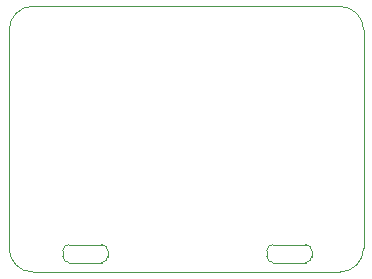
<source format=gm1>
G04 #@! TF.GenerationSoftware,KiCad,Pcbnew,5.1.9+dfsg1-1*
G04 #@! TF.CreationDate,2023-03-08T16:00:21+09:00*
G04 #@! TF.ProjectId,audio-io-breakout-pajeromini,61756469-6f2d-4696-9f2d-627265616b6f,rev?*
G04 #@! TF.SameCoordinates,Original*
G04 #@! TF.FileFunction,Profile,NP*
%FSLAX46Y46*%
G04 Gerber Fmt 4.6, Leading zero omitted, Abs format (unit mm)*
G04 Created by KiCad (PCBNEW 5.1.9+dfsg1-1) date 2023-03-08 16:00:21*
%MOMM*%
%LPD*%
G01*
G04 APERTURE LIST*
G04 #@! TA.AperFunction,Profile*
%ADD10C,0.050000*%
G04 #@! TD*
G04 APERTURE END LIST*
D10*
X113250000Y-70000000D02*
G75*
G02*
X115250000Y-72000000I0J-2000000D01*
G01*
X115250000Y-90500000D02*
G75*
G02*
X113250000Y-92500000I-2000000J0D01*
G01*
X87250000Y-92500000D02*
G75*
G02*
X85250000Y-90500000I0J2000000D01*
G01*
X85250000Y-72000000D02*
G75*
G02*
X87250000Y-70000000I2000000J0D01*
G01*
X85250000Y-72000000D02*
X85250000Y-90500000D01*
X113250000Y-92500000D02*
X87250000Y-92500000D01*
X115250000Y-72000000D02*
X115250000Y-90500000D01*
X108750000Y-70000000D02*
X113250000Y-70000000D01*
X87250000Y-70000000D02*
X108750000Y-70000000D01*
X90297000Y-91694000D02*
X93091000Y-91694000D01*
X90297000Y-90170000D02*
X93091000Y-90170000D01*
X110363000Y-91694000D02*
X107569000Y-91694000D01*
X107569000Y-90170000D02*
X110363000Y-90170000D01*
X110871000Y-90678000D02*
X110871000Y-91186000D01*
X107061000Y-90678000D02*
X107061000Y-91186000D01*
X93599000Y-90678000D02*
X93599000Y-91186000D01*
X89789000Y-90678000D02*
X89789000Y-91186000D01*
X93091000Y-90170000D02*
G75*
G02*
X93599000Y-90678000I0J-508000D01*
G01*
X93599000Y-91186000D02*
G75*
G02*
X93091000Y-91694000I-508000J0D01*
G01*
X90297000Y-91694000D02*
G75*
G02*
X89789000Y-91186000I0J508000D01*
G01*
X89789000Y-90678000D02*
G75*
G02*
X90297000Y-90170000I508000J0D01*
G01*
X110363000Y-90170000D02*
G75*
G02*
X110871000Y-90678000I0J-508000D01*
G01*
X110871000Y-91186000D02*
G75*
G02*
X110363000Y-91694000I-508000J0D01*
G01*
X107569000Y-91694000D02*
G75*
G02*
X107061000Y-91186000I0J508000D01*
G01*
X107061000Y-90678000D02*
G75*
G02*
X107569000Y-90170000I508000J0D01*
G01*
M02*

</source>
